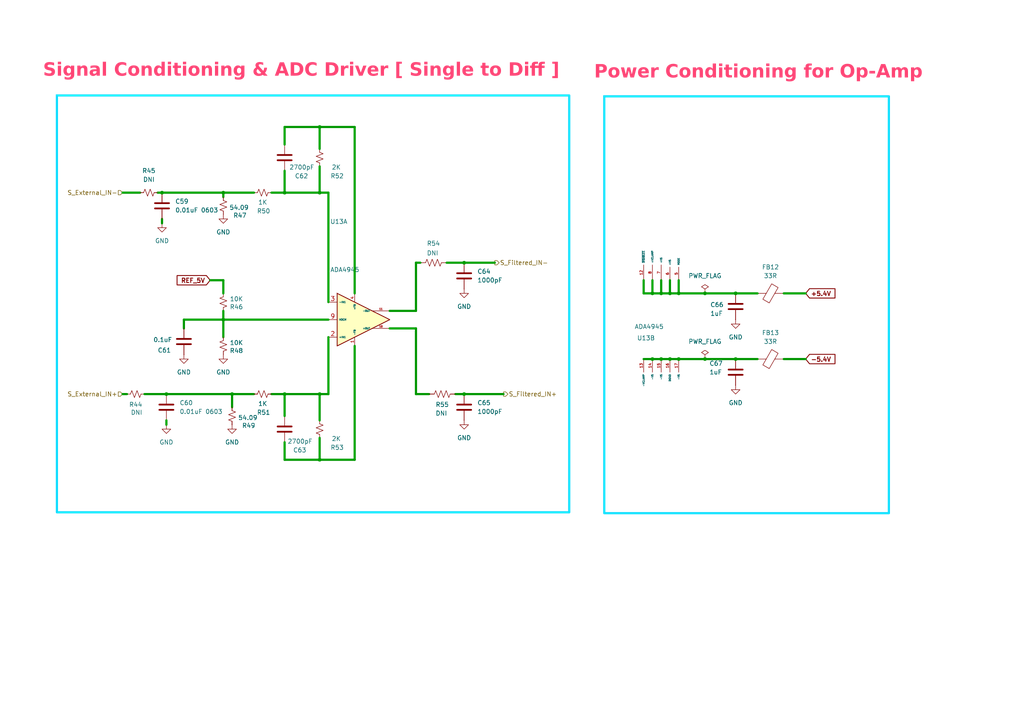
<source format=kicad_sch>
(kicad_sch (version 20250114) (generator "eeschema") (generator_version "9.0")
  (paper "A4")
  (title_block (title "NanoPulse - Single to Diff Driver") (date "2025-07-11") (rev "Rev 1 ") (company "N-Well Labs\n\n"))
  (lib_symbols
    (symbol "majed-symbols:ADA4945"
      (property "Reference" "U13" (at -4.572 10.414 0))
      (property "Value" "ADA4945" (at -7.112 7.112 0))
      (symbol "ADA4945_1_1"
        (polyline (pts (xy -5.08 7.62) (xy -5.08 -7.62) (xy 10.16 0) (xy -5.08 7.62)) (stroke (width 0.254)) (fill (type background)))
        (pin input line (at -7.62 5.08 0) (length 2.54) (name "-IN1") (number "3"))
        (pin input line (at -7.62 0 0) (length 2.54) (name "VOCM") (number "9"))
        (pin input line (at -7.62 -5.08 0) (length 2.54) (name "+IN1") (number "2"))
        (pin input line (at 0 7.62 270) (length 2.54) (name "+FB") (number "4"))
        (pin input line (at 0 -7.62 90) (length 2.54) (name "-FB") (number "1"))
        (pin output line (at 10.16 2.54 180) (length 5.08) (name "-OUT") (number "11"))
        (pin output line (at 10.16 -2.54 180) (length 5.08) (name "+OUT") (number "10"))
      )
      (symbol "ADA4945_2_1"
        (pin power_in line (at -11.43 16.51 90) (length 3.81) (name "-VS") (number "17"))
        (pin power_in line (at -11.43 -6.35 270) (length 3.81) (name "MODE") (number "5"))
        (pin power_in line (at -8.89 16.51 90) (length 3.81) (name "DGND") (number "16"))
        (pin power_in line (at -8.89 -6.35 270) (length 3.81) (name "+VS") (number "6"))
        (pin power_in line (at -6.35 16.51 90) (length 3.81) (name "-VS") (number "15"))
        (pin power_in line (at -6.35 -6.35 270) (length 4.445) (name "+VS") (number "7"))
        (pin power_in line (at -3.81 16.51 90) (length 3.81) (name "-VS") (number "14"))
        (pin power_in line (at -3.81 -6.35 270) (length 4.445) (name "+VCLAMP") (number "8"))
        (pin power_in line (at -1.27 16.51 90) (length 3.81) (name "-VCLAMP") (number "13"))
        (pin power_in line (at -1.27 -6.35 270) (length 4.445) (name "~{DISABLE1}") (number "12"))
      )
    )
    (symbol "majed-symbols:C" (pin_numbers (hide yes)) (pin_names (offset 0.254))
      (property "Reference" "C" (at 0.635 2.54 0))
      (property "Value" "C" (at 0.635 -2.54 0))
      (symbol "C_0_1"
        (polyline (pts (xy -2.032 0.762) (xy 2.032 0.762)) (stroke (width 0.508)))
        (polyline (pts (xy -2.032 -0.762) (xy 2.032 -0.762)) (stroke (width 0.508)))
      )
      (symbol "C_1_1"
        (pin passive line (at 0 3.81 270) (length 2.794) (name "~") (number "1"))
        (pin passive line (at 0 -3.81 90) (length 2.794) (name "~") (number "2"))
      )
    )
    (symbol "majed-symbols:FerriteBead" (pin_numbers (hide yes)) (pin_names (offset 0))
      (property "Reference" "FB" (at -3.81 0.635 90))
      (property "Value" "FerriteBead" (at 3.81 0 90))
      (symbol "FerriteBead_0_1"
        (polyline (pts (xy -2.7686 0.4064) (xy -1.7018 2.2606) (xy 2.7686 -0.3048) (xy 1.6764 -2.159) (xy -2.7686 0.4064)))
        (polyline (pts (xy 0 1.27) (xy 0 1.2954)))
        (polyline (pts (xy 0 -1.27) (xy 0 -1.2192)))
      )
      (symbol "FerriteBead_1_1"
        (pin passive line (at 0 3.81 270) (length 2.54) (name "~") (number "1"))
        (pin passive line (at 0 -3.81 90) (length 2.54) (name "~") (number "2"))
      )
    )
    (symbol "majed-symbols:GND" (power) (pin_numbers (hide yes)) (pin_names (offset 0) (hide yes))
      (property "Value" "GND" (at 0 -3.81 0))
      (symbol "GND_0_1"
        (polyline (pts (xy 0 0) (xy 0 -1.27) (xy 1.27 -1.27) (xy 0 -2.54) (xy -1.27 -1.27) (xy 0 -1.27)))
      )
      (symbol "GND_1_1"
        (pin power_in line (at 0 0 270) (length 0) (name "~") (number "1"))
      )
    )
    (symbol "majed-symbols:PWR_FLAG" (power) (pin_numbers (hide yes)) (pin_names (offset 0) (hide yes))
      (property "Value" "PWR_FLAG" (at 0 3.81 0))
      (symbol "PWR_FLAG_0_0"
        (pin power_out line (at 0 0 90) (length 0) (name "~") (number "1"))
      )
      (symbol "PWR_FLAG_0_1"
        (polyline (pts (xy 0 0) (xy 0 1.27) (xy -1.016 1.905) (xy 0 2.54) (xy 1.016 1.905) (xy 0 1.27)))
      )
    )
    (symbol "majed-symbols:R_Small_US" (pin_numbers (hide yes)) (pin_names (offset 0.254) (hide yes))
      (property "Reference" "R" (at 0.762 0.508 0))
      (property "Value" "R_Small_US" (at 0.762 -1.016 0))
      (symbol "R_Small_US_1_1"
        (polyline (pts (xy 0 1.524) (xy 1.016 1.143) (xy 0 0.762) (xy -1.016 0.381) (xy 0 0)))
        (polyline (pts (xy 0 0) (xy 1.016 -0.381) (xy 0 -0.762) (xy -1.016 -1.143) (xy 0 -1.524)))
        (pin passive line (at 0 2.54 270) (length 1.016) (name "~") (number "1"))
        (pin passive line (at 0 -2.54 90) (length 1.016) (name "~") (number "2"))
      )
    )
    (symbol "majed-symbols:R_US" (pin_numbers (hide yes)) (pin_names (offset 0))
      (property "Reference" "R" (at 2.54 0 90))
      (property "Value" "R_US" (at -2.54 0 90))
      (symbol "R_US_0_1"
        (polyline (pts (xy 0 2.286) (xy 0 2.54)))
        (polyline (pts (xy 0 2.286) (xy 1.016 1.905) (xy 0 1.524) (xy -1.016 1.143) (xy 0 0.762)))
        (polyline (pts (xy 0 0.762) (xy 1.016 0.381) (xy 0 0) (xy -1.016 -0.381) (xy 0 -0.762)))
        (polyline (pts (xy 0 -0.762) (xy 1.016 -1.143) (xy 0 -1.524) (xy -1.016 -1.905) (xy 0 -2.286)))
        (polyline (pts (xy 0 -2.286) (xy 0 -2.54)))
      )
      (symbol "R_US_1_1"
        (pin passive line (at 0 3.81 270) (length 1.27) (name "~") (number "1"))
        (pin passive line (at 0 -3.81 90) (length 1.27) (name "~") (number "2"))
      )
    )
  )
  (rectangle (start 16.51 27.686) (end 165.1 148.59) (stroke (width 0.635) (color 14 220 255 1)))
  (rectangle (start 175.26 27.94) (end 257.81 148.844) (stroke (width 0.635) (color 14 220 255 1)))
  (text "Power Conditioning for Op-Amp" (at 219.964 22.098 0) (effects (font (size 3.81 3.81) (bold yes))))
  (text "Signal Conditioning & ADC Driver [ Single to Diff ]" (at 87.376 21.59 0) (effects (font (size 3.81 3.81) (bold yes))))
  (junction (at 92.71 133.35))
  (junction (at 82.55 114.3))
  (junction (at 189.23 85.09))
  (junction (at 92.71 114.3))
  (junction (at 134.62 76.2))
  (junction (at 189.23 104.14))
  (junction (at 46.99 55.88))
  (junction (at 191.77 85.09))
  (junction (at 92.71 55.88))
  (junction (at 196.85 85.09))
  (junction (at 67.31 114.3))
  (junction (at 213.36 85.09))
  (junction (at 213.36 104.14))
  (junction (at 196.85 104.14))
  (junction (at 48.26 114.3))
  (junction (at 82.55 55.88))
  (junction (at 134.62 114.3))
  (junction (at 204.47 104.14))
  (junction (at 92.71 36.83))
  (junction (at 194.31 104.14))
  (junction (at 64.77 92.71))
  (junction (at 191.77 104.14))
  (junction (at 64.77 55.88))
  (junction (at 204.47 85.09))
  (junction (at 194.31 85.09))
  (wire (pts (xy 92.71 133.35) (xy 102.87 133.35)) (stroke (width 0.635)))
  (wire (pts (xy 41.91 114.3) (xy 48.26 114.3)) (stroke (width 0.635)))
  (wire (pts (xy 46.99 64.77) (xy 46.99 63.5)) (stroke (width 0.635)))
  (wire (pts (xy 64.77 92.71) (xy 95.25 92.71)) (stroke (width 0.635)))
  (wire (pts (xy 92.71 36.83) (xy 92.71 43.18)) (stroke (width 0.635)))
  (wire (pts (xy 134.62 114.3) (xy 146.05 114.3)) (stroke (width 0.635)))
  (wire (pts (xy 53.34 92.71) (xy 53.34 95.25)) (stroke (width 0.635)))
  (wire (pts (xy 64.77 85.09) (xy 64.77 81.28)) (stroke (width 0.635)))
  (wire (pts (xy 92.71 36.83) (xy 102.87 36.83)) (stroke (width 0.635)))
  (wire (pts (xy 82.55 114.3) (xy 82.55 120.65)) (stroke (width 0.635)))
  (wire (pts (xy 227.33 85.09) (xy 233.68 85.09)) (stroke (width 0.635)))
  (wire (pts (xy 82.55 114.3) (xy 92.71 114.3)) (stroke (width 0.635)))
  (wire (pts (xy 219.71 104.14) (xy 213.36 104.14)) (stroke (width 0.635)))
  (wire (pts (xy 92.71 127) (xy 92.71 133.35)) (stroke (width 0.635)))
  (wire (pts (xy 64.77 55.88) (xy 73.66 55.88)) (stroke (width 0.635)))
  (wire (pts (xy 191.77 85.09) (xy 194.31 85.09)) (stroke (width 0.635)))
  (wire (pts (xy 196.85 81.28) (xy 196.85 85.09)) (stroke (width 0.635)))
  (wire (pts (xy 191.77 104.14) (xy 194.31 104.14)) (stroke (width 0.635)))
  (wire (pts (xy 204.47 104.14) (xy 213.36 104.14)) (stroke (width 0.635)))
  (wire (pts (xy 196.85 104.14) (xy 204.47 104.14)) (stroke (width 0.635)))
  (wire (pts (xy 194.31 104.14) (xy 196.85 104.14)) (stroke (width 0.635)))
  (wire (pts (xy 129.54 76.2) (xy 134.62 76.2)) (stroke (width 0.635)))
  (wire (pts (xy 194.31 85.09) (xy 196.85 85.09)) (stroke (width 0.635)))
  (wire (pts (xy 120.65 114.3) (xy 120.65 95.25)) (stroke (width 0.635)))
  (wire (pts (xy 120.65 76.2) (xy 120.65 90.17)) (stroke (width 0.635)))
  (wire (pts (xy 46.99 55.88) (xy 64.77 55.88)) (stroke (width 0.635)))
  (wire (pts (xy 64.77 81.28) (xy 60.96 81.28)) (stroke (width 0.635)))
  (wire (pts (xy 82.55 36.83) (xy 92.71 36.83)) (stroke (width 0.635)))
  (wire (pts (xy 48.26 114.3) (xy 67.31 114.3)) (stroke (width 0.635)))
  (wire (pts (xy 92.71 48.26) (xy 92.71 55.88)) (stroke (width 0.635)))
  (wire (pts (xy 92.71 121.92) (xy 92.71 114.3)) (stroke (width 0.635)))
  (wire (pts (xy 189.23 104.14) (xy 191.77 104.14)) (stroke (width 0.635)))
  (wire (pts (xy 132.08 114.3) (xy 134.62 114.3)) (stroke (width 0.635)))
  (wire (pts (xy 82.55 133.35) (xy 92.71 133.35)) (stroke (width 0.635)))
  (wire (pts (xy 82.55 128.27) (xy 82.55 133.35)) (stroke (width 0.635)))
  (wire (pts (xy 102.87 100.33) (xy 102.87 133.35)) (stroke (width 0.635)))
  (wire (pts (xy 189.23 81.28) (xy 189.23 85.09)) (stroke (width 0.635)))
  (wire (pts (xy 120.65 114.3) (xy 124.46 114.3)) (stroke (width 0.635)))
  (wire (pts (xy 64.77 92.71) (xy 64.77 97.79)) (stroke (width 0.635)))
  (wire (pts (xy 67.31 114.3) (xy 73.66 114.3)) (stroke (width 0.635)))
  (wire (pts (xy 35.56 55.88) (xy 40.64 55.88)) (stroke (width 0.635)))
  (wire (pts (xy 227.33 104.14) (xy 233.68 104.14)) (stroke (width 0.635)))
  (wire (pts (xy 120.65 76.2) (xy 121.92 76.2)) (stroke (width 0.635)))
  (wire (pts (xy 191.77 81.28) (xy 191.77 85.09)) (stroke (width 0.635)))
  (wire (pts (xy 204.47 85.09) (xy 213.36 85.09)) (stroke (width 0.635)))
  (wire (pts (xy 35.56 114.3) (xy 36.83 114.3)) (stroke (width 0.635)))
  (wire (pts (xy 82.55 41.91) (xy 82.55 36.83)) (stroke (width 0.635)))
  (wire (pts (xy 67.31 118.11) (xy 67.31 114.3)) (stroke (width 0.635)))
  (wire (pts (xy 64.77 57.15) (xy 64.77 55.88)) (stroke (width 0.635)))
  (wire (pts (xy 92.71 114.3) (xy 95.25 114.3)) (stroke (width 0.635)))
  (wire (pts (xy 48.26 123.19) (xy 48.26 121.92)) (stroke (width 0.635)))
  (wire (pts (xy 78.74 114.3) (xy 82.55 114.3)) (stroke (width 0.635)))
  (wire (pts (xy 213.36 85.09) (xy 219.71 85.09)) (stroke (width 0.635)))
  (wire (pts (xy 78.74 55.88) (xy 82.55 55.88)) (stroke (width 0.635)))
  (wire (pts (xy 95.25 55.88) (xy 95.25 87.63)) (stroke (width 0.635)))
  (wire (pts (xy 45.72 55.88) (xy 46.99 55.88)) (stroke (width 0.635)))
  (wire (pts (xy 120.65 95.25) (xy 113.03 95.25)) (stroke (width 0.635)))
  (wire (pts (xy 102.87 36.83) (xy 102.87 85.09)) (stroke (width 0.635)))
  (wire (pts (xy 186.69 104.14) (xy 189.23 104.14)) (stroke (width 0.635)))
  (wire (pts (xy 82.55 55.88) (xy 92.71 55.88)) (stroke (width 0.635)))
  (wire (pts (xy 64.77 90.17) (xy 64.77 92.71)) (stroke (width 0.635)))
  (wire (pts (xy 120.65 90.17) (xy 113.03 90.17)) (stroke (width 0.635)))
  (wire (pts (xy 186.69 81.28) (xy 186.69 85.09)) (stroke (width 0.635)))
  (wire (pts (xy 95.25 114.3) (xy 95.25 97.79)) (stroke (width 0.635)))
  (wire (pts (xy 134.62 76.2) (xy 143.51 76.2)) (stroke (width 0.635)))
  (wire (pts (xy 53.34 92.71) (xy 64.77 92.71)) (stroke (width 0.635)))
  (wire (pts (xy 186.69 85.09) (xy 189.23 85.09)) (stroke (width 0.635)))
  (wire (pts (xy 92.71 55.88) (xy 95.25 55.88)) (stroke (width 0.635)))
  (wire (pts (xy 194.31 81.28) (xy 194.31 85.09)) (stroke (width 0.635)))
  (wire (pts (xy 189.23 85.09) (xy 191.77 85.09)) (stroke (width 0.635)))
  (wire (pts (xy 196.85 85.09) (xy 204.47 85.09)) (stroke (width 0.635)))
  (wire (pts (xy 82.55 49.53) (xy 82.55 55.88)) (stroke (width 0.635)))
  (global_label "+5.4V" (shape input) (at 233.68 85.09 0) (effects (font (bold yes))) (property "Intersheetrefs" "${INTERSHEET_REFS}" (effects (hide yes))) (property "Dsc" "VAMP+" (effects (hide yes))))
  (global_label "-5.4V" (shape input) (at 233.68 104.14 0) (effects (font (bold yes))) (property "Intersheetrefs" "${INTERSHEET_REFS}" (effects (hide yes))))
  (global_label "REF_5V" (shape input) (at 60.96 81.28 180) (effects (font (bold yes))) (property "Intersheetrefs" "${INTERSHEET_REFS}" (effects (hide yes))) (property "Dsc" "VAMP+" (effects (hide yes))))
  (hierarchical_label "S_Filtered_IN+" (shape output) (at 146.05 114.3 0))
  (hierarchical_label "S_External_IN-" (shape input) (at 35.56 55.88 180))
  (hierarchical_label "S_Filtered_IN-" (shape output) (at 143.51 76.2 0))
  (hierarchical_label "S_External_IN+" (shape input) (at 35.56 114.3 180))
  (symbol (lib_id "majed-symbols:C") (at 134.62 80.01 0) (unit 1)
    (property "Reference" "C64" (at 138.43 78.7399 0) (effects (justify left)))
    (property "Value" "1000pF" (at 138.43 81.2799 0) (effects (justify left)))
    (property "Footprint" "Capacitor_SMD:C_0603_1608Metric" (effects (hide yes)))
    (property "Description" "Unpolarized capacitor" (effects (hide yes)))
    (property "Manufacturer" "Samsung Electro-Mechanics" (effects (hide yes)))
    (property "Digikey" "1276-1018-1-ND" (effects (hide yes)))
    (property "Mfg part #" "CL10B102KB8NNNC" (effects (hide yes)))
    (instances (project "NanoPulse" (path "" (reference "C64") (unit 1)) (path "" (reference "C73") (unit 1))))
  )
  (symbol (lib_id "majed-symbols:GND") (at 213.36 111.76 0) (unit 1)
    (property "Reference" "#PWR0123" (effects (hide yes)))
    (property "Value" "GND" (at 213.36 116.84 0))
    (property "Description" "Power symbol creates a global label with name \"GND\" , ground" (effects (hide yes)))
    (instances (project "NanoPulse" (path "" (reference "#PWR0123") (unit 1)) (path "" (reference "#PWR0133") (unit 1))))
  )
  (symbol (lib_id "majed-symbols:GND") (at 48.26 123.19 0) (mirror y) (unit 1)
    (property "Reference" "#PWR0115" (effects (hide yes)))
    (property "Value" "GND" (at 48.26 128.27 0))
    (property "Description" "Power symbol creates a global label with name \"GND\" , ground" (effects (hide yes)))
    (instances (project "NanoPulse" (path "" (reference "#PWR0115") (unit 1)) (path "" (reference "#PWR0125") (unit 1))))
  )
  (symbol (lib_id "majed-symbols:C") (at 213.36 88.9 0) (unit 1)
    (property "Reference" "C66" (at 205.994 88.392 0) (effects (justify left)))
    (property "Value" "1uF" (at 205.994 90.932 0) (effects (justify left)))
    (property "Footprint" "Capacitor_SMD:C_0603_1608Metric" (effects (hide yes)))
    (property "Description" "Unpolarized capacitor" (effects (hide yes)))
    (property "Manufacturer" "Samsung Electro-Mechanics" (effects (hide yes)))
    (property "Digikey" "1276-1946-1-ND" (effects (hide yes)))
    (property "Mfg part #" "CL10B105KP8NNNC" (effects (hide yes)))
    (instances (project "NanoPulse" (path "" (reference "C66") (unit 1)) (path "" (reference "C75") (unit 1))))
  )
  (symbol (lib_id "majed-symbols:R_US") (at 128.27 114.3 90) (unit 1)
    (property "Reference" "R55" (at 128.27 117.348 90))
    (property "Value" "DNI" (at 128.016 119.888 90))
    (property "Footprint" "Resistor_SMD:R_0603_1608Metric" (effects (hide yes)))
    (property "Description" "Resistor, US symbol" (effects (hide yes)))
    (instances (project "NanoPulse" (path "" (reference "R55") (unit 1)) (path "" (reference "R67") (unit 1))))
  )
  (symbol (lib_id "majed-symbols:R_Small_US") (at 92.71 124.46 0) (unit 1)
    (property "Reference" "R53" (at 97.79 129.794 0))
    (property "Value" "2K" (at 97.536 127.254 0))
    (property "Footprint" "Resistor_SMD:R_0603_1608Metric" (effects (hide yes)))
    (property "Description" "Resistor, small US symbol" (effects (hide yes)))
    (property "Manufacturer" "YAGEO" (effects (hide yes)))
    (property "Digikey" "311-2.00KHRCT-ND" (effects (hide yes)))
    (property "Mfg part #" "RC0603FR-071KL " (effects (hide yes)))
    (instances (project "NanoPulse" (path "" (reference "R53") (unit 1)) (path "" (reference "R65") (unit 1))))
  )
  (symbol (lib_id "majed-symbols:PWR_FLAG") (at 204.47 85.09 0) (unit 1)
    (property "Reference" "#FLG011" (effects (hide yes)))
    (property "Value" "PWR_FLAG" (at 204.47 80.01 0))
    (property "Description" "Special symbol for telling ERC where power comes from" (effects (hide yes)))
    (instances (project "NanoPulse" (path "" (reference "#FLG011") (unit 1)) (path "" (reference "#FLG013") (unit 1))))
  )
  (symbol (lib_id "majed-symbols:C") (at 53.34 99.06 0) (mirror x) (unit 1)
    (property "Reference" "C61" (at 45.72 101.6 0) (effects (justify left)))
    (property "Value" "0.1uF" (at 44.45 98.552 0) (effects (justify left)))
    (property "Footprint" "Capacitor_SMD:C_0603_1608Metric" (effects (hide yes)))
    (property "Description" "Unpolarized capacitor" (effects (hide yes)))
    (property "Manufacturer" "YAGEO " (effects (hide yes)))
    (property "Digikey" "311-1088-1-ND" (effects (hide yes)))
    (property "Mfg part #" "CC0603KRX7R7BB104" (effects (hide yes)))
    (instances (project "NanoPulse" (path "" (reference "C61") (unit 1)) (path "" (reference "C70") (unit 1))))
  )
  (symbol (lib_id "majed-symbols:GND") (at 134.62 83.82 0) (unit 1)
    (property "Reference" "#PWR0120" (effects (hide yes)))
    (property "Value" "GND" (at 134.62 88.9 0))
    (property "Description" "Power symbol creates a global label with name \"GND\" , ground" (effects (hide yes)))
    (instances (project "NanoPulse" (path "" (reference "#PWR0120") (unit 1)) (path "" (reference "#PWR0130") (unit 1))))
  )
  (symbol (lib_id "majed-symbols:C") (at 82.55 45.72 180) (unit 1)
    (property "Reference" "C62" (at 89.408 51.054 0) (effects (justify left)))
    (property "Value" "2700pF" (at 91.186 48.514 0) (effects (justify left)))
    (property "Footprint" "Capacitor_SMD:C_0805_2012Metric" (effects (hide yes)))
    (property "Description" "Unpolarized capacitor" (effects (hide yes)))
    (property "Manufacturer" "Samsung Electro-Mechanics" (effects (hide yes)))
    (property "Digikey" "1276-2495-1-ND" (effects (hide yes)))
    (property "Mfg part #" "CL21B272KBANNNC" (effects (hide yes)))
    (instances (project "NanoPulse" (path "" (reference "C62") (unit 1)) (path "" (reference "C71") (unit 1))))
  )
  (symbol (lib_id "majed-symbols:R_US") (at 125.73 76.2 90) (unit 1)
    (property "Reference" "R54" (at 125.73 70.612 90))
    (property "Value" "DNI" (at 125.476 73.406 90))
    (property "Footprint" "Resistor_SMD:R_0603_1608Metric" (effects (hide yes)))
    (property "Description" "Resistor, US symbol" (effects (hide yes)))
    (instances (project "NanoPulse" (path "" (reference "R54") (unit 1)) (path "" (reference "R66") (unit 1))))
  )
  (symbol (lib_id "majed-symbols:GND") (at 46.99 64.77 0) (mirror y) (unit 1)
    (property "Reference" "#PWR0114" (effects (hide yes)))
    (property "Value" "GND" (at 46.99 69.85 0))
    (property "Description" "Power symbol creates a global label with name \"GND\" , ground" (effects (hide yes)))
    (instances (project "NanoPulse" (path "" (reference "#PWR0114") (unit 1)) (path "" (reference "#PWR0124") (unit 1))))
  )
  (symbol (lib_id "majed-symbols:R_Small_US") (at 92.71 45.72 0) (unit 1)
    (property "Reference" "R52" (at 97.79 51.054 0))
    (property "Value" "2K" (at 97.536 48.514 0))
    (property "Footprint" "Resistor_SMD:R_0603_1608Metric" (effects (hide yes)))
    (property "Description" "Resistor, small US symbol" (effects (hide yes)))
    (property "Manufacturer" "YAGEO" (effects (hide yes)))
    (property "Digikey" "311-2.00KHRCT-ND" (effects (hide yes)))
    (property "Mfg part #" "RC0603FR-071KL " (effects (hide yes)))
    (instances (project "NanoPulse" (path "" (reference "R52") (unit 1)) (path "" (reference "R64") (unit 1))))
  )
  (symbol (lib_id "majed-symbols:R_Small_US") (at 64.77 87.63 0) (mirror y) (unit 1)
    (property "Reference" "R46" (at 68.58 89.027 0))
    (property "Value" "10K" (at 68.58 86.7156 0))
    (property "Footprint" "Resistor_SMD:R_0603_1608Metric" (effects (hide yes)))
    (property "Description" "Resistor, small US symbol" (effects (hide yes)))
    (property "Manufacturer" "YAGEO" (effects (hide yes)))
    (property "Digikey" "311-10.0KHRCT-ND" (effects (hide yes)))
    (property "Mfg part #" "RC0603FR-0710KL" (effects (hide yes)))
    (instances (project "NanoPulse" (path "" (reference "R46") (unit 1)) (path "" (reference "R58") (unit 1))))
  )
  (symbol (lib_id "majed-symbols:R_Small_US") (at 64.77 100.33 0) (mirror y) (unit 1)
    (property "Reference" "R48" (at 68.58 101.727 0))
    (property "Value" "10K" (at 68.58 99.4156 0))
    (property "Footprint" "Resistor_SMD:R_0603_1608Metric" (effects (hide yes)))
    (property "Description" "Resistor, small US symbol" (effects (hide yes)))
    (property "Manufacturer" "YAGEO" (effects (hide yes)))
    (property "Digikey" "311-10.0KHRCT-ND" (effects (hide yes)))
    (property "Mfg part #" "RC0603FR-0710KL" (effects (hide yes)))
    (instances (project "NanoPulse" (path "" (reference "R48") (unit 1)) (path "" (reference "R60") (unit 1))))
  )
  (symbol (lib_id "majed-symbols:PWR_FLAG") (at 204.47 104.14 0) (unit 1)
    (property "Reference" "#FLG012" (effects (hide yes)))
    (property "Value" "PWR_FLAG" (at 204.47 99.06 0))
    (property "Description" "Special symbol for telling ERC where power comes from" (effects (hide yes)))
    (instances (project "NanoPulse" (path "" (reference "#FLG012") (unit 1)) (path "" (reference "#FLG014") (unit 1))))
  )
  (symbol (lib_id "majed-symbols:C") (at 46.99 59.69 0) (unit 1)
    (property "Reference" "C59" (at 50.8 58.4199 0) (effects (justify left)))
    (property "Value" "0.01uF 0603" (at 50.8 60.9599 0) (effects (justify left)))
    (property "Footprint" "Capacitor_SMD:C_0603_1608Metric" (effects (hide yes)))
    (property "Description" "Unpolarized capacitor" (effects (hide yes)))
    (property "Manufacturer" "KEMET" (effects (hide yes)))
    (property "Digikey" "399-17568-1-ND" (effects (hide yes)))
    (property "Mfg part #" "C0603C103J5REC7411" (effects (hide yes)))
    (instances (project "NanoPulse" (path "" (reference "C59") (unit 1)) (path "" (reference "C68") (unit 1))))
  )
  (symbol (lib_id "majed-symbols:ADA4945") (at 102.87 92.71 0) (unit 1)
    (property "Reference" "U13" (at 95.758 64.262 0) (effects (justify left)))
    (property "Value" "ADA4945" (at 95.758 78.232 0) (effects (justify left)))
    (property "Footprint" "Majed-footprints:LFCSP16_ADA4945-1ACPZ-R2_ADI-L" (effects (hide yes)))
    (property "Datasheet" "https://www.analog.com/media/en/technical-documentation/data-sheets/ADA4940-1_4940-2.pdf" (effects (hide yes)))
    (property "Description" "Ultralow Power, Low Distortion, Fully Differential ADC Drivers, Dual-Channel, LFCSP-24" (effects (hide yes)))
    (property "Digikey" "05-ADA4945-1ACPZ-RLCT-ND" (effects (hide yes)))
    (property "Manufacturer" "  Analog Devices Inc." (effects (hide yes)))
    (property "Mfg part #" "ADA4945-1ACPZ-RL" (effects (hide yes)))
    (instances (project "NanoPulse" (path "" (reference "U13") (unit 1)) (path "" (reference "U14") (unit 1))))
  )
  (symbol (lib_id "majed-symbols:FerriteBead") (at 223.52 104.14 90) (unit 1)
    (property "Reference" "FB13" (at 223.4692 96.52 90))
    (property "Value" "33R" (at 223.4692 99.06 90))
    (property "Footprint" "Inductor_SMD:L_0603_1608Metric_Pad1.05x0.95mm_HandSolder" (effects (hide yes)))
    (property "Description" "Ferrite bead" (effects (hide yes)))
    (property "Manufacturer" "Murata Electronics " (effects (hide yes)))
    (property "Digikey" "490-5220-1-ND" (effects (hide yes)))
    (property "Mfg part #" "BLM18PG330SN1D" (effects (hide yes)))
    (instances (project "NanoPulse" (path "" (reference "FB13") (unit 1)) (path "" (reference "FB15") (unit 1))))
  )
  (symbol (lib_id "majed-symbols:R_Small_US") (at 64.77 59.69 0) (unit 1)
    (property "Reference" "R47" (at 69.596 62.484 0))
    (property "Value" "54.09" (at 69.342 60.198 0))
    (property "Footprint" "Resistor_SMD:R_0603_1608Metric" (effects (hide yes)))
    (property "Description" "Resistor, small US symbol" (effects (hide yes)))
    (property "Manufacturer" "YAGEO" (effects (hide yes)))
    (property "Digikey" "311-54.9HRCT-ND" (effects (hide yes)))
    (property "Mfg part #" "RC0603FR-0754R9L " (effects (hide yes)))
    (instances (project "NanoPulse" (path "" (reference "R47") (unit 1)) (path "" (reference "R59") (unit 1))))
  )
  (symbol (lib_id "majed-symbols:R_Small_US") (at 76.2 55.88 270) (unit 1)
    (property "Reference" "R50" (at 76.454 61.214 90))
    (property "Value" "1K" (at 76.2 58.674 90))
    (property "Footprint" "Resistor_SMD:R_0603_1608Metric" (effects (hide yes)))
    (property "Description" "Resistor, small US symbol" (effects (hide yes)))
    (property "Manufacturer" "YAGEO" (effects (hide yes)))
    (property "Digikey" "311-1.00KHRCT-ND" (effects (hide yes)))
    (property "Mfg part #" "RC0603FR-071KL " (effects (hide yes)))
    (instances (project "NanoPulse" (path "" (reference "R50") (unit 1)) (path "" (reference "R62") (unit 1))))
  )
  (symbol (lib_id "majed-symbols:C") (at 48.26 118.11 0) (unit 1)
    (property "Reference" "C60" (at 52.07 116.8399 0) (effects (justify left)))
    (property "Value" "0.01uF 0603" (at 52.07 119.3799 0) (effects (justify left)))
    (property "Footprint" "Capacitor_SMD:C_0603_1608Metric" (effects (hide yes)))
    (property "Description" "Unpolarized capacitor" (effects (hide yes)))
    (property "Manufacturer" "KEMET" (effects (hide yes)))
    (property "Digikey" "399-17568-1-ND" (effects (hide yes)))
    (property "Mfg part #" "C0603C103J5REC7411" (effects (hide yes)))
    (instances (project "NanoPulse" (path "" (reference "C60") (unit 1)) (path "" (reference "C69") (unit 1))))
  )
  (symbol (lib_id "majed-symbols:GND") (at 64.77 102.87 0) (mirror y) (unit 1)
    (property "Reference" "#PWR0118" (effects (hide yes)))
    (property "Value" "GND" (at 64.77 107.95 0))
    (property "Description" "Power symbol creates a global label with name \"GND\" , ground" (effects (hide yes)))
    (instances (project "NanoPulse" (path "" (reference "#PWR0118") (unit 1)) (path "" (reference "#PWR0128") (unit 1))))
  )
  (symbol (lib_id "majed-symbols:GND") (at 64.77 62.23 0) (mirror y) (unit 1)
    (property "Reference" "#PWR0117" (effects (hide yes)))
    (property "Value" "GND" (at 64.77 67.31 0))
    (property "Description" "Power symbol creates a global label with name \"GND\" , ground" (effects (hide yes)))
    (instances (project "NanoPulse" (path "" (reference "#PWR0117") (unit 1)) (path "" (reference "#PWR0127") (unit 1))))
  )
  (symbol (lib_id "majed-symbols:R_Small_US") (at 67.31 120.65 0) (unit 1)
    (property "Reference" "R49" (at 72.136 123.444 0))
    (property "Value" "54.09" (at 71.882 121.158 0))
    (property "Footprint" "Resistor_SMD:R_0603_1608Metric" (effects (hide yes)))
    (property "Description" "Resistor, small US symbol" (effects (hide yes)))
    (property "Manufacturer" "YAGEO" (effects (hide yes)))
    (property "Digikey" "311-54.9HRCT-ND" (effects (hide yes)))
    (property "Mfg part #" "RC0603FR-0754R9L " (effects (hide yes)))
    (instances (project "NanoPulse" (path "" (reference "R49") (unit 1)) (path "" (reference "R61") (unit 1))))
  )
  (symbol (lib_id "majed-symbols:GND") (at 134.62 121.92 0) (unit 1)
    (property "Reference" "#PWR0121" (effects (hide yes)))
    (property "Value" "GND" (at 134.62 127 0))
    (property "Description" "Power symbol creates a global label with name \"GND\" , ground" (effects (hide yes)))
    (instances (project "NanoPulse" (path "" (reference "#PWR0121") (unit 1)) (path "" (reference "#PWR0131") (unit 1))))
  )
  (symbol (lib_id "majed-symbols:GND") (at 67.31 123.19 0) (mirror y) (unit 1)
    (property "Reference" "#PWR0119" (effects (hide yes)))
    (property "Value" "GND" (at 67.31 128.27 0))
    (property "Description" "Power symbol creates a global label with name \"GND\" , ground" (effects (hide yes)))
    (instances (project "NanoPulse" (path "" (reference "#PWR0119") (unit 1)) (path "" (reference "#PWR0129") (unit 1))))
  )
  (symbol (lib_id "majed-symbols:FerriteBead") (at 223.52 85.09 90) (unit 1)
    (property "Reference" "FB12" (at 223.4692 77.47 90))
    (property "Value" "33R" (at 223.4692 80.01 90))
    (property "Footprint" "Inductor_SMD:L_0603_1608Metric_Pad1.05x0.95mm_HandSolder" (effects (hide yes)))
    (property "Description" "Ferrite bead" (effects (hide yes)))
    (property "Manufacturer" "Murata Electronics " (effects (hide yes)))
    (property "Digikey" "490-5220-1-ND" (effects (hide yes)))
    (property "Mfg part #" "BLM18PG330SN1D" (effects (hide yes)))
    (instances (project "NanoPulse" (path "" (reference "FB12") (unit 1)) (path "" (reference "FB14") (unit 1))))
  )
  (symbol (lib_id "majed-symbols:C") (at 134.62 118.11 0) (unit 1)
    (property "Reference" "C65" (at 138.43 116.8399 0) (effects (justify left)))
    (property "Value" "1000pF" (at 138.43 119.3799 0) (effects (justify left)))
    (property "Footprint" "Capacitor_SMD:C_0603_1608Metric" (effects (hide yes)))
    (property "Description" "Unpolarized capacitor" (effects (hide yes)))
    (property "Manufacturer" "Samsung Electro-Mechanics" (effects (hide yes)))
    (property "Digikey" "1276-1018-1-ND" (effects (hide yes)))
    (property "Mfg part #" "CL10B102KB8NNNC" (effects (hide yes)))
    (instances (project "NanoPulse" (path "" (reference "C65") (unit 1)) (path "" (reference "C74") (unit 1))))
  )
  (symbol (lib_id "majed-symbols:R_Small_US") (at 76.2 114.3 270) (unit 1)
    (property "Reference" "R51" (at 76.454 119.634 90))
    (property "Value" "1K" (at 76.2 117.094 90))
    (property "Footprint" "Resistor_SMD:R_0603_1608Metric" (effects (hide yes)))
    (property "Description" "Resistor, small US symbol" (effects (hide yes)))
    (property "Manufacturer" "YAGEO" (effects (hide yes)))
    (property "Digikey" "311-1.00KHRCT-ND" (effects (hide yes)))
    (property "Mfg part #" "RC0603FR-071KL " (effects (hide yes)))
    (instances (project "NanoPulse" (path "" (reference "R51") (unit 1)) (path "" (reference "R63") (unit 1))))
  )
  (symbol (lib_id "majed-symbols:C") (at 82.55 124.46 180) (unit 1)
    (property "Reference" "C63" (at 88.9 130.556 0) (effects (justify left)))
    (property "Value" "2700pF" (at 90.678 128.016 0) (effects (justify left)))
    (property "Footprint" "Capacitor_SMD:C_0805_2012Metric" (effects (hide yes)))
    (property "Description" "Unpolarized capacitor" (effects (hide yes)))
    (property "Manufacturer" "Samsung Electro-Mechanics" (effects (hide yes)))
    (property "Digikey" "1276-2495-1-ND" (effects (hide yes)))
    (property "Mfg part #" "CL21B272KBANNNC" (effects (hide yes)))
    (instances (project "NanoPulse" (path "" (reference "C63") (unit 1)) (path "" (reference "C72") (unit 1))))
  )
  (symbol (lib_id "majed-symbols:R_Small_US") (at 39.37 114.3 270) (unit 1)
    (property "Reference" "R44" (at 39.37 117.348 90))
    (property "Value" "DNI" (at 39.624 119.634 90))
    (property "Footprint" "Resistor_SMD:R_0603_1608Metric" (effects (hide yes)))
    (property "Description" "Resistor, small US symbol" (effects (hide yes)))
    (instances (project "NanoPulse" (path "" (reference "R44") (unit 1)) (path "" (reference "R56") (unit 1))))
  )
  (symbol (lib_id "majed-symbols:GND") (at 213.36 92.71 0) (unit 1)
    (property "Reference" "#PWR0122" (effects (hide yes)))
    (property "Value" "GND" (at 213.36 97.79 0))
    (property "Description" "Power symbol creates a global label with name \"GND\" , ground" (effects (hide yes)))
    (instances (project "NanoPulse" (path "" (reference "#PWR0122") (unit 1)) (path "" (reference "#PWR0132") (unit 1))))
  )
  (symbol (lib_id "majed-symbols:ADA4945") (at 185.42 87.63 180) (unit 2)
    (property "Reference" "U13" (at 189.992 98.044 0) (effects (justify left)))
    (property "Value" "ADA4945" (at 192.532 94.742 0) (effects (justify left)))
    (property "Footprint" "Majed-footprints:LFCSP16_ADA4945-1ACPZ-R2_ADI-L" (effects (hide yes)))
    (property "Datasheet" "https://www.analog.com/media/en/technical-documentation/data-sheets/ADA4940-1_4940-2.pdf" (effects (hide yes)))
    (property "Description" "Ultralow Power, Low Distortion, Fully Differential ADC Drivers, Dual-Channel, LFCSP-24" (effects (hide yes)))
    (property "Digikey" "05-ADA4945-1ACPZ-RLCT-ND" (effects (hide yes)))
    (property "Manufacturer" "  Analog Devices Inc." (effects (hide yes)))
    (property "Mfg part #" "ADA4945-1ACPZ-RL" (effects (hide yes)))
    (instances (project "NanoPulse" (path "" (reference "U13") (unit 2)) (path "" (reference "U14") (unit 2))))
  )
  (symbol (lib_id "majed-symbols:R_Small_US") (at 43.18 55.88 270) (unit 1)
    (property "Reference" "R45" (at 43.18 49.53 90))
    (property "Value" "DNI" (at 43.18 52.07 90))
    (property "Footprint" "Resistor_SMD:R_0603_1608Metric" (effects (hide yes)))
    (property "Description" "Resistor, small US symbol" (effects (hide yes)))
    (instances (project "NanoPulse" (path "" (reference "R45") (unit 1)) (path "" (reference "R57") (unit 1))))
  )
  (symbol (lib_id "majed-symbols:GND") (at 53.34 102.87 0) (mirror y) (unit 1)
    (property "Reference" "#PWR0116" (effects (hide yes)))
    (property "Value" "GND" (at 53.34 107.95 0))
    (property "Description" "Power symbol creates a global label with name \"GND\" , ground" (effects (hide yes)))
    (instances (project "NanoPulse" (path "" (reference "#PWR0116") (unit 1)) (path "" (reference "#PWR0126") (unit 1))))
  )
  (symbol (lib_id "majed-symbols:C") (at 213.36 107.95 0) (unit 1)
    (property "Reference" "C67" (at 205.74 105.41 0) (effects (justify left)))
    (property "Value" "1uF" (at 205.74 107.95 0) (effects (justify left)))
    (property "Footprint" "Capacitor_SMD:C_0603_1608Metric" (effects (hide yes)))
    (property "Description" "Unpolarized capacitor" (effects (hide yes)))
    (property "Manufacturer" "Samsung Electro-Mechanics" (effects (hide yes)))
    (property "Digikey" "1276-1946-1-ND" (effects (hide yes)))
    (property "Mfg part #" "CL10B105KP8NNNC" (effects (hide yes)))
    (instances (project "NanoPulse" (path "" (reference "C67") (unit 1)) (path "" (reference "C76") (unit 1))))
  )
)
</source>
